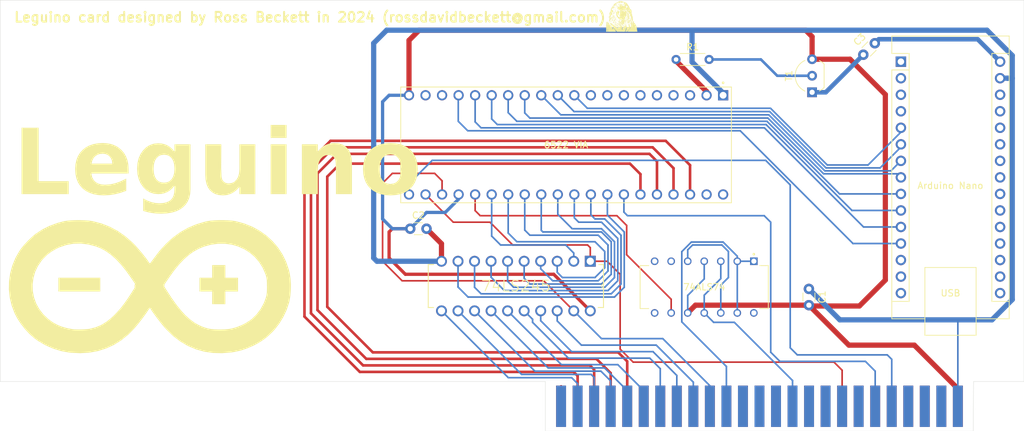
<source format=kicad_pcb>
(kicad_pcb (version 20240703) (generator "pcbnew") (generator_version "8.99")
  (title_block (title "apple2idiot") (date "2021-07-27") (rev "1.0.1") (company "Nathanial Hendler"))
  (layers (0 "F.Cu" signal) (31 "B.Cu" signal) (34 "B.Paste" user) (35 "F.Paste" user) (36 "B.SilkS" user "B.Silkscreen") (37 "F.SilkS" user "F.Silkscreen") (38 "B.Mask" user) (39 "F.Mask" user) (44 "Edge.Cuts" user))
  (net 0 "")
  (net 1 "/+12V")
  (net 2 "/D0")
  (net 3 "/D1")
  (net 4 "/D2")
  (net 5 "/D3")
  (net 6 "/D4")
  (net 7 "/D5")
  (net 8 "/D6")
  (net 9 "/D7")
  (net 10 "/~{DEVSEL}")
  (net 11 "/PHI0")
  (net 12 "/USER1")
  (net 13 "/PHI1")
  (net 14 "/Q3")
  (net 15 "/7M")
  (net 16 "/COLORREF")
  (net 17 "/-5V")
  (net 18 "/-12V")
  (net 19 "/~{INH}")
  (net 20 "/~{RES}")
  (net 21 "/~{IRQ}")
  (net 22 "/~{NMI}")
  (net 23 "/INTIN")
  (net 24 "/DMAIN")
  (net 25 "/~{IOSEL}")
  (net 26 "/A0")
  (net 27 "/A1")
  (net 28 "/A2")
  (net 29 "/A3")
  (net 30 "/A4")
  (net 31 "/A5")
  (net 32 "/A6")
  (net 33 "/A7")
  (net 34 "/A8")
  (net 35 "/A9")
  (net 36 "/A10")
  (net 37 "/A11")
  (net 38 "/A12")
  (net 39 "/A13")
  (net 40 "/A14")
  (net 41 "/A15")
  (net 42 "/R~{W}")
  (net 43 "/SYNC")
  (net 44 "/~{IOSTRB}")
  (net 45 "/RDY")
  (net 46 "/~{DMA}")
  (net 47 "/INTOUT")
  (net 48 "/DMAOUT")
  (net 49 "GND")
  (net 50 "+5V")
  (net 51 "PB7")
  (net 52 "PB6")
  (net 53 "PB5")
  (net 54 "PB4")
  (net 55 "PB3")
  (net 56 "PB2")
  (net 57 "PB1")
  (net 58 "PB0")
  (net 59 "PA0")
  (footprint "pub:AppleIIBus" (layer "F.Cu") (at 200.66 128.397)
    (property "Reference" "J1" (hide yes))
    (property "Value" "CARD EDGE" (hide yes))
    (pad "1" smd rect (at -30.48 0) (size 1.524 6.35) (layers "F.Cu" "F.Mask") (net 25 "/~{IOSEL}") (clearance 0.254))
    (pad "2" smd rect (at -27.94 0) (size 1.524 6.35) (layers "F.Cu" "F.Mask") (net 26 "/A0") (clearance 0.254))
    (pad "3" smd rect (at -25.4 0) (size 1.524 6.35) (layers "F.Cu" "F.Mask") (net 27 "/A1") (clearance 0.254))
    (pad "4" smd rect (at -22.86 0) (size 1.524 6.35) (layers "F.Cu" "F.Mask") (net 28 "/A2") (clearance 0.254))
    (pad "5" smd rect (at -20.32 0) (size 1.524 6.35) (layers "F.Cu" "F.Mask") (net 29 "/A3") (clearance 0.254))
    (pad "6" smd rect (at -17.78 0) (size 1.524 6.35) (layers "F.Cu" "F.Mask") (net 30 "/A4") (clearance 0.254))
    (pad "7" smd rect (at -15.24 0) (size 1.524 6.35) (layers "F.Cu" "F.Mask") (net 31 "/A5") (clearance 0.254))
    (pad "8" smd rect (at -12.7 0) (size 1.524 6.35) (layers "F.Cu" "F.Mask") (net 32 "/A6") (clearance 0.254))
    (pad "9" smd rect (at -10.16 0) (size 1.524 6.35) (layers "F.Cu" "F.Mask") (net 33 "/A7") (clearance 0.254))
    (pad "10" smd rect (at -7.62 0) (size 1.524 6.35) (layers "F.Cu" "F.Mask") (net 34 "/A8") (clearance 0.254))
    (pad "11" smd rect (at -5.08 0) (size 1.524 6.35) (layers "F.Cu" "F.Mask") (net 35 "/A9") (clearance 0.254))
    (pad "12" smd rect (at -2.54 0) (size 1.524 6.35) (layers "F.Cu" "F.Mask") (net 36 "/A10") (clearance 0.254))
    (pad "13" smd rect (at 0 0) (size 1.524 6.35) (layers "F.Cu" "F.Mask") (net 37 "/A11") (clearance 0.254))
    (pad "14" smd rect (at 2.54 0) (size 1.524 6.35) (layers "F.Cu" "F.Mask") (net 38 "/A12") (clearance 0.254))
    (pad "15" smd rect (at 5.08 0) (size 1.524 6.35) (layers "F.Cu" "F.Mask") (net 39 "/A13") (clearance 0.254))
    (pad "16" smd rect (at 7.62 0) (size 1.524 6.35) (layers "F.Cu" "F.Mask") (net 40 "/A14") (clearance 0.254))
    (pad "17" smd rect (at 10.16 0) (size 1.524 6.35) (layers "F.Cu" "F.Mask") (net 41 "/A15") (clearance 0.254))
    (pad "18" smd rect (at 12.7 0) (size 1.524 6.35) (layers "F.Cu" "F.Mask") (net 42 "/R~{W}") (clearance 0.254))
    (pad "19" smd rect (at 15.24 0) (size 1.524 6.35) (layers "F.Cu" "F.Mask") (net 43 "/SYNC") (clearance 0.254))
    (pad "20" smd rect (at 17.78 0) (size 1.524 6.35) (layers "F.Cu" "F.Mask") (net 44 "/~{IOSTRB}") (clearance 0.254))
    (pad "21" smd rect (at 20.32 0) (size 1.524 6.35) (layers "F.Cu" "F.Mask") (net 45 "/RDY") (clearance 0.254))
    (pad "22" smd rect (at 22.86 0) (size 1.524 6.35) (layers "F.Cu" "F.Mask") (net 46 "/~{DMA}") (clearance 0.254))
    (pad "23" smd rect (at 25.4 0) (size 1.524 6.35) (layers "F.Cu" "F.Mask") (net 47 "/INTOUT") (clearance 0.254))
    (pad "24" smd rect (at 27.94 0) (size 1.524 6.35) (layers "F.Cu" "F.Mask") (net 48 "/DMAOUT") (clearance 0.254))
    (pad "25" smd rect (at 30.48 0) (size 1.524 6.35) (layers "F.Cu" "F.Mask") (net 50 "+5V") (clearance 0.254))
    (pad "26" smd rect (at 30.48 0) (size 1.524 6.35) (layers "B.Cu" "B.Mask") (net 49 "GND") (clearance 0.254))
    (pad "27" smd rect (at 27.94 0) (size 1.524 6.35) (layers "B.Cu" "B.Mask") (net 24 "/DMAIN") (clearance 0.254))
    (pad "28" smd rect (at 25.4 0) (size 1.524 6.35) (layers "B.Cu" "B.Mask") (net 23 "/INTIN") (clearance 0.254))
    (pad "29" smd rect (at 22.86 0) (size 1.524 6.35) (layers "B.Cu" "B.Mask") (net 22 "/~{NMI}") (clearance 0.254))
    (pad "30" smd rect (at 20.32 0) (size 1.524 6.35) (layers "B.Cu" "B.Mask") (net 21 "/~{IRQ}") (clearance 0.254))
    (pad "31" smd rect (at 17.78 0) (size 1.524 6.35) (layers "B.Cu" "B.Mask") (net 20 "/~{RES}") (clearance 0.254))
    (pad "32" smd rect (at 15.24 0) (size 1.524 6.35) (layers "B.Cu" "B.Mask") (net 19 "/~{INH}") (clearance 0.254))
    (pad "33" smd rect (at 12.7 0) (size 1.524 6.35) (layers "B.Cu" "B.Mask") (net 18 "/-12V") (clearance 0.254))
    (pad "34" smd rect (at 10.16 0) (size 1.524 6.35) (layers "B.Cu" "B.Mask") (net 17 "/-5V") (clearance 0.254))
    (pad "35" smd rect (at 7.62 0) (size 1.524 6.35) (layers "B.Cu" "B.Mask") (net 16 "/COLORREF") (clearance 0.254))
    (pad "36" smd rect (at 5.08 0) (size 1.524 6.35) (layers "B.Cu" "B.Mask") (net 15 "/7M") (clearance 0.254))
    (pad "37" smd rect (at 2.54 0) (size 1.524 6.35) (layers "B.Cu" "B.Mask") (net 14 "/Q3") (clearance 0.254))
    (pad "38" smd rect (at 0 0) (size 1.524 6.35) (layers "B.Cu" "B.Mask") (net 13 "/PHI1") (clearance 0.254))
    (pad "39" smd rect (at -2.54 0) (size 1.524 6.35) (layers "B.Cu" "B.Mask") (net 12 "/USER1") (clearance 0.254))
    (pad "40" smd rect (at -5.08 0) (size 1.524 6.35) (layers "B.Cu" "B.Mask") (net 11 "/PHI0") (clearance 0.254))
    (pad "41" smd rect (at -7.62 0) (size 1.524 6.35) (layers "B.Cu" "B.Mask") (net 10 "/~{DEVSEL}") (clearance 0.254))
    (pad "42" smd rect (at -10.16 0) (size 1.524 6.35) (layers "B.Cu" "B.Mask") (net 9 "/D7") (clearance 0.254))
    (pad "43" smd rect (at -12.7 0) (size 1.524 6.35) (layers "B.Cu" "B.Mask") (net 8 "/D6") (clearance 0.254))
    (pad "44" smd rect (at -15.24 0) (size 1.524 6.35) (layers "B.Cu" "B.Mask") (net 7 "/D5") (clearance 0.254))
    (pad "45" smd rect (at -17.78 0) (size 1.524 6.35) (layers "B.Cu" "B.Mask") (net 6 "/D4") (clearance 0.254))
    (pad "46" smd rect (at -20.32 0) (size 1.524 6.35) (layers "B.Cu" "B.Mask") (net 5 "/D3") (clearance 0.254))
    (pad "47" smd rect (at -22.86 0) (size 1.524 6.35) (layers "B.Cu" "B.Mask") (net 4 "/D2") (clearance 0.254))
    (pad "48" smd rect (at -25.4 0) (size 1.524 6.35) (layers "B.Cu" "B.Mask") (net 3 "/D1") (clearance 0.254))
    (pad "49" smd rect (at -27.94 0) (size 1.524 6.35) (layers "B.Cu" "B.Mask") (net 2 "/D0") (clearance 0.254))
    (pad "50" smd rect (at -30.48 0) (size 1.524 6.35) (layers "B.Cu" "B.Mask") (net 1 "/+12V") (clearance 0.254))
  )
  (footprint "Resistor_THT:R_Axial_DIN0204_L3.6mm_D1.6mm_P5.08mm_Horizontal" (layer "F.Cu") (at 187.846396 75.113604)
    (property "Reference" "R1" (at 2.54 -1.92 0) (layer "F.SilkS"))
    (property "Value" "R_Axial_DIN0204_L3.6mm_D1.6mm_P5.08mm_Horizontal" (hide yes))
    (pad "1" thru_hole circle (at 0 0) (size 1.4 1.4) (drill 0.7) (layers "*.Cu" "*.Mask") (net 59 "PA0"))
    (pad "2" thru_hole oval (at 5.08 0) (size 1.4 1.4) (drill 0.7) (layers "*.Cu" "*.Mask") (net 59 "PA0"))
  )
  (footprint "DIP40:AMPHENOL_DILB40P-223TLF" (layer "F.Cu") (at 170.94449 88.233604 -90)
    (property "Reference" "6522 VIA" (at 0 0 0) (layer "F.SilkS"))
    (property "Value" "AMPHENOL_DILB40P-223TLF" (hide yes))
    (pad "+5V" thru_hole circle (at -7.62 24.13 270) (size 1.575 1.575) (drill 1.05) (layers "*.Cu" "*.Mask") (net 50 "+5V"))
    (pad "02" thru_hole circle (at 7.62 13.97 270) (size 1.575 1.575) (drill 1.05) (layers "*.Cu" "*.Mask"))
    (pad "03" thru_hole circle (at -7.62 -19.05 270) (size 1.575 1.575) (drill 1.05) (layers "*.Cu" "*.Mask"))
    (pad "04" thru_hole circle (at -7.62 -16.51 270) (size 1.575 1.575) (drill 1.05) (layers "*.Cu" "*.Mask"))
    (pad "05" thru_hole circle (at -7.62 -13.97 270) (size 1.575 1.575) (drill 1.05) (layers "*.Cu" "*.Mask"))
    (pad "06" thru_hole circle (at -7.62 -11.43 270) (size 1.575 1.575) (drill 1.05) (layers "*.Cu" "*.Mask"))
    (pad "07" thru_hole circle (at -7.62 -8.89 270) (size 1.575 1.575) (drill 1.05) (layers "*.Cu" "*.Mask"))
    (pad "08" thru_hole circle (at -7.62 -6.35 270) (size 1.575 1.575) (drill 1.05) (layers "*.Cu" "*.Mask"))
    (pad "09" thru_hole circle (at -7.62 -3.81 270) (size 1.575 1.575) (drill 1.05) (layers "*.Cu" "*.Mask"))
    (pad "21" thru_hole circle (at 7.62 24.13 270) (size 1.575 1.575) (drill 1.05) (layers "*.Cu" "*.Mask") (net 21 "/~{IRQ}"))
    (pad "22" thru_hole circle (at 7.62 21.59 270) (size 1.575 1.575) (drill 1.05) (layers "*.Cu" "*.Mask") (net 42 "/R~{W}"))
    (pad "23" thru_hole circle (at 7.62 19.05 270) (size 1.575 1.575) (drill 1.05) (layers "*.Cu" "*.Mask") (net 10 "/~{DEVSEL}"))
    (pad "34" thru_hole circle (at 7.62 -8.89 270) (size 1.575 1.575) (drill 1.05) (layers "*.Cu" "*.Mask") (net 20 "/~{RES}"))
    (pad "35" thru_hole circle (at 7.62 -11.43 270) (size 1.575 1.575) (drill 1.05) (layers "*.Cu" "*.Mask") (net 29 "/A3"))
    (pad "36" thru_hole circle (at 7.62 -13.97 270) (size 1.575 1.575) (drill 1.05) (layers "*.Cu" "*.Mask") (net 28 "/A2"))
    (pad "37" thru_hole circle (at 7.62 -16.51 270) (size 1.575 1.575) (drill 1.05) (layers "*.Cu" "*.Mask") (net 27 "/A1"))
    (pad "38" thru_hole circle (at 7.62 -19.05 270) (size 1.575 1.575) (drill 1.05) (layers "*.Cu" "*.Mask") (net 26 "/A0"))
    (pad "39" thru_hole circle (at 7.62 -21.59 270) (size 1.575 1.575) (drill 1.05) (layers "*.Cu" "*.Mask"))
    (pad "40" thru_hole circle (at 7.62 -24.13 270) (size 1.575 1.575) (drill 1.05) (layers "*.Cu" "*.Mask"))
    (pad "CB1" thru_hole circle (at -7.62 19.05 270) (size 1.575 1.575) (drill 1.05) (layers "*.Cu" "*.Mask"))
    (pad "CB2" thru_hole circle (at -7.62 21.59 270) (size 1.575 1.575) (drill 1.05) (layers "*.Cu" "*.Mask"))
    (pad "CS1" thru_hole circle (at 7.62 16.51 270) (size 1.575 1.575) (drill 1.05) (layers "*.Cu" "*.Mask") (net 50 "+5V"))
    (pad "D0" thru_hole circle (at 7.62 -6.35 270) (size 1.575 1.575) (drill 1.05) (layers "*.Cu" "*.Mask"))
    (pad "D1" thru_hole circle (at 7.62 -3.81 270) (size 1.575 1.575) (drill 1.05) (layers "*.Cu" "*.Mask"))
    (pad "D2" thru_hole circle (at 7.62 -1.27 270) (size 1.575 1.575) (drill 1.05) (layers "*.Cu" "*.Mask"))
    (pad "D3" thru_hole circle (at 7.62 1.27 270) (size 1.575 1.575) (drill 1.05) (layers "*.Cu" "*.Mask"))
    (pad "D4" thru_hole circle (at 7.62 3.81 270) (size 1.575 1.575) (drill 1.05) (layers "*.Cu" "*.Mask"))
    (pad "D5" thru_hole circle (at 7.62 6.35 270) (size 1.575 1.575) (drill 1.05) (layers "*.Cu" "*.Mask"))
    (pad "D6" thru_hole circle (at 7.62 8.89 270) (size 1.575 1.575) (drill 1.05) (layers "*.Cu" "*.Mask"))
    (pad "D7" thru_hole circle (at 7.62 11.43 270) (size 1.575 1.575) (drill 1.05) (layers "*.Cu" "*.Mask"))
    (pad "PA0" thru_hole circle (at -7.62 -21.59 270) (size 1.575 1.575) (drill 1.05) (layers "*.Cu" "*.Mask") (net 59 "PA0"))
    (pad "PB0" thru_hole circle (at -7.62 -1.27 270) (size 1.575 1.575) (drill 1.05) (layers "*.Cu" "*.Mask") (net 58 "PB0"))
    (pad "PB1" thru_hole circle (at -7.62 1.27 270) (size 1.575 1.575) (drill 1.05) (layers "*.Cu" "*.Mask") (net 57 "PB1"))
    (pad "PB2" thru_hole circle (at -7.62 3.81 270) (size 1.575 1.575) (drill 1.05) (layers "*.Cu" "*.Mask") (net 56 "PB2"))
    (pad "PB3" thru_hole circle (at -7.62 6.35 270) (size 1.575 1.575) (drill 1.05) (layers "*.Cu" "*.Mask") (net 55 "PB3"))
    (pad "PB4" thru_hole circle (at -7.62 8.89 270) (size 1.575 1.575) (drill 1.05) (layers "*.Cu" "*.Mask") (net 54 "PB4"))
    (pad "PB5" thru_hole circle (at -7.62 11.43 270) (size 1.575 1.575) (drill 1.05) (layers "*.Cu" "*.Mask") (net 53 "PB5"))
    (pad "PB6" thru_hole circle (at -7.62 13.97 270) (size 1.575 1.575) (drill 1.05) (layers "*.Cu" "*.Mask") (net 52 "PB6"))
    (pad "PB7" thru_hole circle (at -7.62 16.51 270) (size 1.575 1.575) (drill 1.05) (layers "*.Cu" "*.Mask") (net 51 "PB7"))
    (pad "VSS" thru_hole rect (at -7.62 -24.13 270) (size 1.575 1.575) (drill 1.05) (layers "*.Cu" "*.Mask") (net 49 "GND"))
  )
  (footprint "PCM_Package_TO_SOT_THT_AKL_Double:TO-92_Inline_Wide_CEB" (layer "F.Cu") (at 208.746396 80.153604 90)
    (property "Reference" "T1" (at 2.54 -3.56 90) (layer "F.SilkS"))
    (property "Value" "TO-92_Inline_Wide_CEB" (hide yes))
    (pad "1" thru_hole rect (at 0 0 180) (size 1.5 1.5) (drill 0.8) (layers "*.Cu" "*.Mask") (net 50 "+5V"))
    (pad "2" thru_hole circle (at 2.54 0 180) (size 1.5 1.5) (drill 0.8) (layers "*.Cu" "*.Mask") (net 59 "PA0"))
    (pad "3" thru_hole circle (at 5.08 0) (size 1.5 1.5) (drill 0.8) (layers "*.Cu" "*.Mask") (net 50 "+5V"))
  )
  (footprint "LOGO" (layer "F.Cu") (at 181.065 67.827368)
    (property "Reference" "G***" (hide yes))
    (property "Value" "LOGO" (hide yes))
  )
  (footprint "74ALS74:DIP794W45P254L1969H508Q14" (layer "F.Cu") (at 192.17449 110.083604 -90)
    (property "Reference" "74ALS74" (at 0 0 0) (layer "F.SilkS"))
    (property "Value" "DIP794W45P254L1969H508Q14" (hide yes))
    (pad "1" thru_hole rect (at -3.97 -7.62 270) (size 1.17 1.17) (drill 0.77) (layers "*.Cu" "*.Mask"))
    (pad "2" thru_hole circle (at -3.97 -5.08 270) (size 1.17 1.17) (drill 0.77) (layers "*.Cu" "*.Mask") (net 11 "/PHI0"))
    (pad "3" thru_hole circle (at -3.97 -2.54 270) (size 1.17 1.17) (drill 0.77) (layers "*.Cu" "*.Mask") (net 15 "/7M"))
    (pad "4" thru_hole circle (at -3.97 0 270) (size 1.17 1.17) (drill 0.77) (layers "*.Cu" "*.Mask"))
    (pad "5" thru_hole circle (at -3.97 2.54 270) (size 1.17 1.17) (drill 0.77) (layers "*.Cu" "*.Mask"))
    (pad "6" thru_hole circle (at -3.97 5.08 270) (size 1.17 1.17) (drill 0.77) (layers "*.Cu" "*.Mask"))
    (pad "7" thru_hole circle (at -3.97 7.62 270) (size 1.17 1.17) (drill 0.77) (layers "*.Cu" "*.Mask"))
    (pad "8" thru_hole circle (at 3.97 7.62 270) (size 1.17 1.17) (drill 0.77) (layers "*.Cu" "*.Mask"))
    (pad "9" thru_hole circle (at 3.97 5.08 270) (size 1.17 1.17) (drill 0.77) (layers "*.Cu" "*.Mask"))
    (pad "10" thru_hole circle (at 3.97 2.54 270) (size 1.17 1.17) (drill 0.77) (layers "*.Cu" "*.Mask") (net 50 "+5V"))
    (pad "11" thru_hole circle (at 3.97 0 270) (size 1.17 1.17) (drill 0.77) (layers "*.Cu" "*.Mask") (net 15 "/7M"))
    (pad "12" thru_hole circle (at 3.97 -2.54 270) (size 1.17 1.17) (drill 0.77) (layers "*.Cu" "*.Mask"))
    (pad "13" thru_hole circle (at 3.97 -5.08 270) (size 1.17 1.17) (drill 0.77) (layers "*.Cu" "*.Mask"))
    (pad "14" thru_hole circle (at 3.97 -7.62 270) (size 1.17 1.17) (drill 0.77) (layers "*.Cu" "*.Mask"))
  )
  (footprint "74LS245:DIP254P762X508-20" (layer "F.Cu") (at 151.806396 113.733604 -90)
    (property "Reference" "74LS245" (at -3.81 -11.43 0) (layer "F.SilkS") (effects (font (size 1.640701 1.640701))))
    (property "Value" "DIP254P762X508-20" (hide yes))
    (pad "1" thru_hole rect (at -7.62 -22.86 270) (size 1.6764 1.6764) (drill 1.1176) (layers "*.Cu" "*.Mask") (net 42 "/R~{W}"))
    (pad "2" thru_hole circle (at -7.62 -20.32 270) (size 1.6764 1.6764) (drill 1.1176) (layers "*.Cu" "*.Mask"))
    (pad "3" thru_hole circle (at -7.62 -17.78 270) (size 1.6764 1.6764) (drill 1.1176) (layers "*.Cu" "*.Mask"))
    (pad "4" thru_hole circle (at -7.62 -15.24 270) (size 1.6764 1.6764) (drill 1.1176) (layers "*.Cu" "*.Mask"))
    (pad "5" thru_hole circle (at -7.62 -12.7 270) (size 1.6764 1.6764) (drill 1.1176) (layers "*.Cu" "*.Mask"))
    (pad "6" thru_hole circle (at -7.62 -10.16 270) (size 1.6764 1.6764) (drill 1.1176) (layers "*.Cu" "*.Mask"))
    (pad "7" thru_hole circle (at -7.62 -7.62 270) (size 1.6764 1.6764) (drill 1.1176) (layers "*.Cu" "*.Mask"))
    (pad "8" thru_hole circle (at -7.62 -5.08 270) (size 1.6764 1.6764) (drill 1.1176) (layers "*.Cu" "*.Mask"))
    (pad "9" thru_hole circle (at -7.62 -2.54 270) (size 1.6764 1.6764) (drill 1.1176) (layers "*.Cu" "*.Mask"))
    (pad "10" thru_hole circle (at -7.62 0 270) (size 1.6764 1.6764) (drill 1.1176) (layers "*.Cu" "*.Mask") (net 49 "GND"))
    (pad "11" thru_hole circle (at 0 0 270) (size 1.6764 1.6764) (drill 1.1176) (layers "*.Cu" "*.Mask") (net 2 "/D0"))
    (pad "12" thru_hole circle (at 0 -2.54 270) (size 1.6764 1.6764) (drill 1.1176) (layers "*.Cu" "*.Mask") (net 3 "/D1"))
    (pad "13" thru_hole circle (at 0 -5.08 270) (size 1.6764 1.6764) (drill 1.1176) (layers "*.Cu" "*.Mask") (net 4 "/D2"))
    (pad "14" thru_hole circle (at 0 -7.62 270) (size 1.6764 1.6764) (drill 1.1176) (layers "*.Cu" "*.Mask") (net 5 "/D3"))
    (pad "15" thru_hole circle (at 0 -10.16 270) (size 1.6764 1.6764) (drill 1.1176) (layers "*.Cu" "*.Mask") (net 6 "/D4"))
    (pad "16" thru_hole circle (at 0 -12.7 270) (size 1.6764 1.6764) (drill 1.1176) (layers "*.Cu" "*.Mask") (net 7 "/D5"))
    (pad "17" thru_hole circle (at 0 -15.24 270) (size 1.6764 1.6764) (drill 1.1176) (layers "*.Cu" "*.Mask") (net 8 "/D6"))
    (pad "18" thru_hole circle (at 0 -17.78 270) (size 1.6764 1.6764) (drill 1.1176) (layers "*.Cu" "*.Mask") (net 9 "/D7"))
    (pad "19" thru_hole circle (at 0 -20.32 270) (size 1.6764 1.6764) (drill 1.1176) (layers "*.Cu" "*.Mask") (net 10 "/~{DEVSEL}"))
    (pad "20" thru_hole circle (at 0 -22.86 270) (size 1.6764 1.6764) (drill 1.1176) (layers "*.Cu" "*.Mask") (net 50 "+5V"))
  )
  (footprint "Module:Arduino_Nano" (layer "F.Cu") (at 222.39 75.45)
    (property "Reference" "Arduino Nano" (at 7.61 19.05 0) (layer "F.SilkS"))
    (property "Value" "Arduino_Nano")
    (fp_text user "USB" (at 7.62 35.56 0) (layer "F.SilkS"))
    (pad "1" thru_hole rect (at 0 0) (size 1.6 1.6) (drill 1) (layers "*.Cu" "*.Mask"))
    (pad "2" thru_hole oval (at 0 2.54) (size 1.6 1.6) (drill 1) (layers "*.Cu" "*.Mask"))
    (pad "3" thru_hole oval (at 0 5.08) (size 1.6 1.6) (drill 1) (layers "*.Cu" "*.Mask"))
    (pad "4" thru_hole oval (at 0 7.62) (size 1.6 1.6) (drill 1) (layers "*.Cu" "*.Mask"))
    (pad "5" thru_hole oval (at 0 10.16) (size 1.6 1.6) (drill 1) (layers "*.Cu" "*.Mask") (net 58 "PB0"))
    (pad "6" thru_hole oval (at 0 12.7) (size 1.6 1.6) (drill 1) (layers "*.Cu" "*.Mask") (net 57 "PB1"))
    (pad "7" thru_hole oval (at 0 15.24) (size 1.6 1.6) (drill 1) (layers "*.Cu" "*.Mask") (net 56 "PB2"))
    (pad "8" thru_hole oval (at 0 17.78) (size 1.6 1.6) (drill 1) (layers "*.Cu" "*.Mask") (net 55 "PB3"))
    (pad "9" thru_hole oval (at 0 20.32) (size 1.6 1.6) (drill 1) (layers "*.Cu" "*.Mask") (net 54 "PB4"))
    (pad "10" thru_hole oval (at 0 22.86) (size 1.6 1.6) (drill 1) (layers "*.Cu" "*.Mask") (net 53 "PB5"))
    (pad "11" thru_hole oval (at 0 25.4) (size 1.6 1.6) (drill 1) (layers "*.Cu" "*.Mask") (net 52 "PB6"))
    (pad "12" thru_hole oval (at 0 27.94) (size 1.6 1.6) (drill 1) (layers "*.Cu" "*.Mask") (net 51 "PB7"))
    (pad "13" thru_hole oval (at 0 30.48) (size 1.6 1.6) (drill 1) (layers "*.Cu" "*.Mask"))
    (pad "14" thru_hole oval (at 0 33.02) (size 1.6 1.6) (drill 1) (layers "*.Cu" "*.Mask"))
    (pad "15" thru_hole oval (at 0 35.56) (size 1.6 1.6) (drill 1) (layers "*.Cu" "*.Mask"))
    (pad "16" thru_hole oval (at 15.24 35.56) (size 1.6 1.6) (drill 1) (layers "*.Cu" "*.Mask"))
    (pad "17" thru_hole oval (at 15.24 33.02) (size 1.6 1.6) (drill 1) (layers "*.Cu" "*.Mask"))
    (pad "18" thru_hole oval (at 15.24 30.48) (size 1.6 1.6) (drill 1) (layers "*.Cu" "*.Mask"))
    (pad "19" thru_hole oval (at 15.24 27.94) (size 1.6 1.6) (drill 1) (layers "*.Cu" "*.Mask"))
    (pad "20" thru_hole oval (at 15.24 25.4) (size 1.6 1.6) (drill 1) (layers "*.Cu" "*.Mask"))
    (pad "21" thru_hole oval (at 15.24 22.86) (size 1.6 1.6) (drill 1) (layers "*.Cu" "*.Mask"))
    (pad "22" thru_hole oval (at 15.24 20.32) (size 1.6 1.6) (drill 1) (layers "*.Cu" "*.Mask"))
    (pad "23" thru_hole oval (at 15.24 17.78) (size 1.6 1.6) (drill 1) (layers "*.Cu" "*.Mask"))
    (pad "24" thru_hole oval (at 15.24 15.24) (size 1.6 1.6) (drill 1) (layers "*.Cu" "*.Mask"))
    (pad "25" thru_hole oval (at 15.24 12.7) (size 1.6 1.6) (drill 1) (layers "*.Cu" "*.Mask"))
    (pad "26" thru_hole oval (at 15.24 10.16) (size 1.6 1.6) (drill 1) (layers "*.Cu" "*.Mask"))
    (pad "27" thru_hole oval (at 15.24 7.62) (size 1.6 1.6) (drill 1) (layers "*.Cu" "*.Mask"))
    (pad "28" thru_hole oval (at 15.24 5.08) (size 1.6 1.6) (drill 1) (layers "*.Cu" "*.Mask"))
    (pad "29" thru_hole oval (at 15.24 2.54) (size 1.6 1.6) (drill 1) (layers "*.Cu" "*.Mask") (net 49 "GND"))
    (pad "30" thru_hole oval (at 15.24 0) (size 1.6 1.6) (drill 1) (layers "*.Cu" "*.Mask"))
  )
  (footprint "Capacitor_THT:C_Disc_D3.0mm_W1.6mm_P2.50mm" (layer "F.Cu") (at 208.25449 110.363604 -90)
    (property "Reference" "C1" (at 1.25 -2.05 90) (layer "F.SilkS"))
    (property "Value" "C1" (hide yes))
    (pad "1" thru_hole circle (at 0 0 270) (size 1.6 1.6) (drill 0.8) (layers "*.Cu" "*.Mask") (net 49 "GND"))
    (pad "2" thru_hole circle (at 2.5 0 270) (size 1.6 1.6) (drill 0.8) (layers "*.Cu" "*.Mask") (net 50 "+5V"))
  )
  (footprint "Capacitor_THT:C_Disc_D3.0mm_W1.6mm_P2.50mm" (layer "F.Cu") (at 216.616116 74.383884 45)
    (property "Reference" "C3" (at 1.249999 -2.05 45) (layer "F.SilkS"))
    (property "Value" "C1" (hide yes))
    (pad "1" thru_hole circle (at 0 0 45) (size 1.6 1.6) (drill 0.8) (layers "*.Cu" "*.Mask") (net 50 "+5V"))
    (pad "2" thru_hole circle (at 2.5 0 45) (size 1.6 1.6) (drill 0.8) (layers "*.Cu" "*.Mask"))
  )
  (footprint "LOGO" (layer "F.Cu") (at 181.108147 67.848293)
    (property "Reference" "G***" (hide yes))
    (property "Value" "LOGO" (hide yes))
  )
  (footprint "Capacitor_THT:C_Disc_D3.0mm_W1.6mm_P2.50mm" (layer "F.Cu") (at 147.00449 101.113604)
    (property "Reference" "C2" (at 1.25 -2.05 0) (layer "F.SilkS"))
    (property "Value" "C1" (hide yes))
    (pad "1" thru_hole circle (at 0 0) (size 1.6 1.6) (drill 0.8) (layers "*.Cu" "*.Mask") (net 50 "+5V"))
    (pad "2" thru_hole circle (at 2.5 0) (size 1.6 1.6) (drill 0.8) (layers "*.Cu" "*.Mask") (net 49 "GND"))
  )
  (footprint "LOGO" (layer "F.Cu") (at 107 110)
    (property "Reference" "G***" (at 0 0 0) (layer "F.SilkS") (effects (font (size 1.5 1.5) (thickness 0.3))))
    (property "Value" "LOGO" (hide yes))
  )
  (gr_line (start 84 66) (end 84 124.587) (stroke (width 0.05)) (layer "Edge.Cuts"))
  (gr_line (start 241.3 124.587) (end 241.3 66) (stroke (width 0.05)) (layer "Edge.Cuts"))
  (gr_line (start 167.767 124.587) (end 84 124.587) (stroke (width 0.05)) (layer "Edge.Cuts"))
  (gr_line (start 167.767 132.207) (end 233.5 132.207) (stroke (width 0.05)) (layer "Edge.Cuts"))
  (gr_line (start 233.5 132.207) (end 233.553 124.587) (stroke (width 0.05)) (layer "Edge.Cuts"))
  (gr_line (start 241.3 66) (end 84 66) (stroke (width 0.05)) (layer "Edge.Cuts"))
  (gr_line (start 233.553 124.587) (end 241.3 124.587) (stroke (width 0.05)) (layer "Edge.Cuts"))
  (gr_line (start 167.767 132.207) (end 167.767 124.587) (stroke (width 0.05)) (layer "Edge.Cuts"))
  (gr_text "Leguino card designed by Ross Beckett in 2024 (rossdavidbeckett@gmail.com)" (at 86 69.5 0) (layer "F.SilkS") (effects (font (size 1.5 1.5) (thickness 0.3) (bold yes)) (justify left bottom)))
  (gr_text "Leguino" (at 86 97.5 0) (layer "F.SilkS") (effects (font (size 10 10) (thickness 0.3) (bold yes)) (justify left bottom)))
  (segment (start 156.97449 95.853604) (end 156.97449 98.333604) (width 0.25) (layer "F.Cu") (net 0))
  (segment (start 180.25449 100.613604) (end 180.25449 105.113604) (width 0.25) (layer "F.Cu") (net 0))
  (segment (start 157.75449 99.113604) (end 178.75449 99.113604) (width 0.25) (layer "F.Cu") (net 0))
  (segment (start 156.97449 98.333604) (end 157.75449 99.113604) (width 0.25) (layer "F.Cu") (net 0))
  (segment (start 187.09449 111.953604) (end 187.09449 114.053604) (width 0.25) (layer "F.Cu") (net 0))
  (segment (start 180.25449 105.113604) (end 187.09449 111.953604) (width 0.25) (layer "F.Cu") (net 0))
  (segment (start 178.75449 99.113604) (end 180.25449 100.613604) (width 0.25) (layer "F.Cu") (net 0))
  (segment (start 162.05449 101.781698) (end 163.386396 103.113604) (width 0.25) (layer "B.Cu") (net 0))
  (segment (start 176.386396 109.613604) (end 165.386396 109.613604) (width 0.25) (layer "B.Cu") (net 0))
  (segment (start 194.71449 114.053604) (end 194.71449 109.78551) (width 0.25) (layer "B.Cu") (net 0))
  (segment (start 179.386396 109.613604) (end 177.886396 111.113604) (width 0.25) (layer "B.Cu") (net 0))
  (segment (start 169.586396 107.813604) (end 169.586396 106.113604) (width 0.25) (layer "B.Cu") (net 0))
  (segment (start 167.13449 95.853604) (end 167.13449 101.361698) (width 0.25) (layer "B.Cu") (net 0))
  (segment (start 174.75449 95.853604) (end 174.75449 98.981698) (width 0.25) (layer "B.Cu") (net 0))
  (segment (start 176.386396 101.613604) (end 177.886396 103.113604) (width 0.25) (layer "B.Cu") (net 0))
  (segment (start 159.426396 108.573604) (end 159.426396 106.113604) (width 0.25) (layer "B.Cu") (net 0))
  (segment (start 179.886396 110.113604) (end 178.386396 111.613604) (width 0.25) (layer "B.Cu") (net 0))
  (segment (start 177.886396 111.113604) (end 157.886396 111.113604) (width 0.25) (layer "B.Cu") (net 0))
  (segment (start 189.63449 104.36551) (end 189.63449 106.113604) (width 0.25) (layer "B.Cu") (net 0))
  (segment (start 172.21449 95.853604) (end 172.21449 99.441698) (width 0.25) (layer "B.Cu") (net 0))
  (segment (start 167.13449 101.361698) (end 167.386396 101.613604) (width 0.25) (layer "B.Cu") (net 0))
  (segment (start 175.886396 109.113604) (end 168.886396 109.113604) (width 0.25) (layer "B.Cu") (net 0))
  (segment (start 167.046396 107.273604) (end 167.046396 106.113604) (width 0.25) (layer "B.Cu") (net 0))
  (segment (start 177.386396 103.613604) (end 177.386396 107.613604) (width 0.25) (layer "B.Cu") (net 0))
  (segment (start 177.29449 99.021698) (end 179.886396 101.613604) (width 0.25) (layer "B.Cu") (net 0))
  (segment (start 175.386396 103.113604) (end 176.886396 104.613604) (width 0.25) (layer "B.Cu") (net 0))
  (segment (start 176.886396 107.113604) (end 175.386396 108.613604) (width 0.25) (layer "B.Cu") (net 0))
  (segment (start 160.886396 103.613604) (end 159.51449 102.241698) (width 0.25) (layer "B.Cu") (net 0))
  (segment (start 172.21449 99.441698) (end 172.886396 100.113604) (width 0.25) (layer "B.Cu") (net 0))
  (segment (start 174.75449 98.981698) (end 175.386396 99.613604) (width 0.25) (layer "B.Cu") (net 0))
  (segment (start 219 72) (end 234.18 72) (width 0.7) (layer "B.Cu") (net 0))
  (segment (start 162.05449 95.853604) (end 162.05449 101.781698) (width 0.25) (layer "B.Cu") (net 0))
  (segment (start 156.886396 110.113604) (end 157.886396 111.113604) (width 0.25) (layer "B.Cu") (net 0))
  (segment (start 178.386396 103.113604) (end 178.386396 108.613604) (width 0.25) (layer "B.Cu") (net 0))
  (segment (start 175.886396 102.113604) (end 177.386396 103.613604) (width 0.25) (layer "B.Cu") (net 0))
  (segment (start 168.886396 109.113604) (end 167.046396 107.273604) (width 0.25) (layer "B.Cu") (net 0))
  (segment (start 159.51449 102.241698) (end 159.51449 95.853604) (width 0.25) (layer "B.Cu") (net 0))
  (segment (start 155.886396 111.613604) (end 154.386396 110.113604) (width 0.25) (layer "B.Cu") (net 0))
  (segment (start 172.126396 104.853604) (end 170.886396 103.613604) (width 0.25) (layer "B.Cu") (net 0))
  (segment (start 190.386396 103.613604) (end 189.63449 104.36551) (width 0.25) (layer "B.Cu") (net 0))
  (segment (start 169.67449 95.853604) (end 169.67449 98.901698) (width 0.25) (layer "B.Cu") (net 0))
  (segment (start 164.59449 95.853604) (end 164.59449 101.321698) (width 0.25) (layer "B.Cu") (net 0))
  (segment (start 176.386396 100.113604) (end 178.886396 102.613604) (width 0.25) (layer "B.Cu") (net 0))
  (segment (start 178.386396 108.613604) (end 176.886396 110.113604) (width 0.25) (layer "B.Cu") (net 0))
  (segment (start 176.886396 104.613604) (end 176.886396 107.113604) (width 0.25) (layer "B.Cu") (net 0))
  (segment (start 161.966396 109.193604) (end 161.966396 106.113604) (width 0.25) (layer "B.Cu") (net 0))
  (segment (start 194.886396 103.613604) (end 190.386396 103.613604) (width 0.25) (layer "B.Cu") (net 0))
  (segment (start 162.886396 110.113604) (end 161.966396 109.193604) (width 0.25) (layer "B.Cu") (net 0))
  (segment (start 167.386396 101.613604) (end 176.386396 101.613604) (width 0.25) (layer "B.Cu") (net 0))
  (segment (start 154.386396 110.113604) (end 154.346396 110.073604) (width 0.25) (layer "B.Cu") (net 0))
  (segment (start 177.886396 108.113604) (end 176.386396 109.613604) (width 0.25) (layer "B.Cu") (net 0))
  (segment (start 170.386396 108.613604) (end 169.586396 107.813604) (width 0.25) (layer "B.Cu") (net 0))
  (segment (start 156.886396 110.113604) (end 156.886396 106.113604) (width 0.25) (layer "B.Cu") (net 0))
  (segment (start 169.67449 98.901698) (end 171.886396 101.113604) (width 0.25) (layer "B.Cu") (net 0))
  (segment (start 179.386396 102.113604) (end 179.386396 109.613604) (width 0.25) (layer "B.Cu") (net 0))
  (segment (start 170.886396 103.613604) (end 160.886396 103.613604) (width 0.25) (layer "B.Cu") (net 0))
  (segment (start 175.386396 99.613604) (end 176.886396 99.613604) (width 0.25) (layer "B.Cu") (net 0))
  (segment (start 172.126396 106.113604) (end 172.126396 104.853604) (width 0.25) (layer "B.Cu") (net 0))
  (segment (start 176.386396 101.113604) (end 178.386396 103.113604) (width 0.25) (layer "B.Cu") (net 0))
  (segment (start 165.386396 102.113604) (end 175.886396 102.113604) (width 0.25) (layer "B.Cu") (net 0))
  (segment (start 161.466396 110.613604) (end 159.426396 108.573604) (width 0.25) (layer "B.Cu") (net 0))
  (segment (start 178.886396 109.113604) (end 177.386396 110.613604) (width 0.25) (layer "B.Cu") (net 0))
  (segment (start 218.383883 72.616117) (end 219 72) (width 0.7) (layer "B.Cu") (net 0))
  (segment (start 177.386396 107.613604) (end 175.886396 109.113604) (width 0.25) (layer "B.Cu") (net 0))
  (segment (start 172.886396 100.113604) (end 176.386396 100.113604) (width 0.25) (layer "B.Cu") (net 0))
  (segment (start 154.346396 110.073604) (end 154.346396 106.113604) (width 0.25) (layer "B.Cu") (net 0))
  (segment (start 165.386396 109.613604) (end 164.506396 108.733604) (width 0.25) (layer "B.Cu") (net 0))
  (segment (start 164.59449 101.321698) (end 165.386396 102.113604) (width 0.25) (layer "B.Cu") (net 0))
  (segment (start 177.886396 103.113604) (end 177.886396 108.113604) (width 0.25) (layer "B.Cu") (net 0))
  (segment (start 163.386396 103.113604) (end 175.386396 103.113604) (width 0.25) (layer "B.Cu") (net 0))
  (segment (start 177.29449 95.853604) (end 177.29449 99.021698) (width 0.25) (layer "B.Cu") (net 0))
  (segment (start 176.886396 99.613604) (end 179.386396 102.113604) (width 0.25) (layer "B.Cu") (net 0))
  (segment (start 178.386396 111.613604) (end 155.886396 111.613604) (width 0.25) (layer "B.Cu") (net 0))
  (segment (start 195.886396 108.613604) (end 195.886396 104.613604) (width 0.25) (layer "B.Cu") (net 0))
  (segment (start 171.886396 101.113604) (end 176.386396 101.113604) (width 0.25) (layer "B.Cu") (net 0))
  (segment (start 175.386396 108.613604) (end 170.386396 108.613604) (width 0.25) (layer "B.Cu") (net 0))
  (segment (start 194.71449 109.78551) (end 195.886396 108.613604) (width 0.25) (layer "B.Cu") (net 0))
  (segment (start 177.386396 110.613604) (end 161.466396 110.613604) (width 0.25) (layer "B.Cu") (net 0))
  (segment (start 178.886396 102.613604) (end 178.886396 109.113604) (width 0.25) (layer "B.Cu") (net 0))
  (segment (start 164.506396 108.733604) (end 164.506396 106.113604) (width 0.25) (layer "B.Cu") (net 0))
  (segment (start 195.886396 104.613604) (end 194.886396 103.613604) (width 0.25) (layer "B.Cu") (net 0))
  (segment (start 234.18 72) (end 237.63 75.45) (width 0.7) (layer "B.Cu") (net 0))
  (segment (start 176.886396 110.113604) (end 162.886396 110.113604) (width 0.25) (layer "B.Cu") (net 0))
  (segment (start 179.886396 101.613604) (end 179.886396 110.113604) (width 0.25) (layer "B.Cu") (net 0))
  (segment (start 172.72 128.397) (end 172.72 124.92) (width 0.25) (layer "B.Cu") (net 2))
  (segment (start 162.072792 124) (end 151.806396 113.733604) (width 0.25) (layer "B.Cu") (net 2))
  (segment (start 171.8 124) (end 162.072792 124) (width 0.25) (layer "B.Cu") (net 2))
  (segment (start 172.72 124.92) (end 171.8 124) (width 0.25) (layer "B.Cu") (net 2))
  (segment (start 175.26 128.397) (end 175.26 123.96) (width 0.25) (layer "B.Cu") (net 3))
  (segment (start 174.8 123.5) (end 164.112792 123.5) (width 0.25) (layer "B.Cu") (net 3))
  (segment (start 175.26 123.96) (end 174.8 123.5) (width 0.25) (layer "B.Cu") (net 3))
  (segment (start 164.112792 123.5) (end 154.346396 113.733604) (width 0.25) (layer "B.Cu") (net 3))
  (segment (start 166.152792 123) (end 156.886396 113.733604) (width 0.25) (layer "B.Cu") (net 4))
  (segment (start 176.3 123) (end 166.152792 123) (width 0.25) (layer "B.Cu") (net 4))
  (segment (start 177.8 124.5) (end 176.3 123) (width 0.25) (layer "B.Cu") (net 4))
  (segment (start 177.8 128.397) (end 177.8 124.5) (width 0.25) (layer "B.Cu") (net 4))
  (segment (start 168.192792 122.5) (end 159.426396 113.733604) (width 0.25) (layer "B.Cu") (net 5))
  (segment (start 180.34 128.397) (end 180.34 125.984) (width 0.25) (layer "B.Cu") (net 5))
  (segment (start 180.34 125.984) (end 176.856 122.5) (width 0.25) (layer "B.Cu") (net 5))
  (segment (start 176.856 122.5) (end 168.192792 122.5) (width 0.25) (layer "B.Cu") (net 5))
  (segment (start 182.88 125.984) (end 178.896 122) (width 0.25) (layer "B.Cu") (net 6))
  (segment (start 178.896 122) (end 170.232792 122) (width 0.25) (layer "B.Cu") (net 6))
  (segment (start 182.88 128.397) (end 182.88 125.984) (width 0.25) (layer "B.Cu") (net 6))
  (segment (start 170.232792 122) (end 161.966396 113.733604) (width 0.25) (layer "B.Cu") (net 6))
  (segment (start 185.42 122.62) (end 183.8 121) (width 0.25) (layer "B.Cu") (net 7))
  (segment (start 171.3 121) (end 165.8 115.5) (width 0.25) (layer "B.Cu") (net 7))
  (segment (start 165.8 115.027208) (end 164.506396 113.733604) (width 0.25) (layer "B.Cu") (net 7))
  (segment (start 183.8 121) (end 171.3 121) (width 0.25) (layer "B.Cu") (net 7))
  (segment (start 185.42 128.397) (end 185.42 122.62) (width 0.25) (layer "B.Cu") (net 7))
  (segment (start 165.8 115.5) (end 165.8 115.027208) (width 0.25) (layer "B.Cu") (net 7))
  (segment (start 187.96 123.66) (end 187.96 128.397) (width 0.25) (layer "B.Cu") (net 8))
  (segment (start 167.046396 113.733604) (end 167.046396 115.246396) (width 0.25) (layer "B.Cu") (net 8))
  (segment (start 167.046396 115.246396) (end 171.8 120) (width 0.25) (layer "B.Cu") (net 8))
  (segment (start 184.3 120) (end 187.96 123.66) (width 0.25) (layer "B.Cu") (net 8))
  (segment (start 171.8 120) (end 184.3 120) (width 0.25) (layer "B.Cu") (net 8))
  (segment (start 190.5 128.397) (end 190.5 124.7) (width 0.25) (layer "B.Cu") (net 9))
  (segment (start 169.586396 115.286396) (end 169.586396 113.733604) (width 0.25) (layer "B.Cu") (net 9))
  (segment (start 173.3 119) (end 169.586396 115.286396) (width 0.25) (layer "B.Cu") (net 9))
  (segment (start 184.8 119) (end 173.3 119) (width 0.25) (layer "B.Cu") (net 9))
  (segment (start 190.5 124.7) (end 184.8 119) (width 0.25) (layer "B.Cu") (net 9))
  (segment (start 150.75449 92.613604) (end 144.25449 92.613604) (width 0.25) (layer "F.Cu") (net 10))
  (segment (start 142.75449 94.113604) (end 142.75449 106.113604) (width 0.25) (layer "F.Cu") (net 10))
  (segment (start 142.75449 106.113604) (end 145.75449 109.113604) (width 0.25) (layer "F.Cu") (net 10))
  (segment (start 151.89449 95.853604) (end 151.89449 93.753604) (width 0.25) (layer "F.Cu") (net 10))
  (segment (start 144.25449 92.613604) (end 142.75449 94.113604) (width 0.25) (layer "F.Cu") (net 10))
  (segment (start 151.89449 93.753604) (end 150.75449 92.613604) (width 0.25) (layer "F.Cu") (net 10))
  (segment (start 167.506396 109.113604) (end 172.126396 113.733604) (width 0.25) (layer "F.Cu") (net 10))
  (segment (start 145.75449 109.113604) (end 167.506396 109.113604) (width 0.25) (layer "F.Cu") (net 10))
  (segment (start 185.8 118) (end 193.04 125.24) (width 0.25) (layer "B.Cu") (net 10))
  (segment (start 193.04 125.24) (end 193.04 128.397) (width 0.25) (layer "B.Cu") (net 10))
  (segment (start 172.126396 113.733604) (end 176.392792 118) (width 0.25) (layer "B.Cu") (net 10))
  (segment (start 176.392792 118) (end 185.8 118) (width 0.25) (layer "B.Cu") (net 10))
  (segment (start 195.072792 103.163604) (end 190.2 103.163604) (width 0.25) (layer "B.Cu") (net 11))
  (segment (start 188.72449 115.42449) (end 195.58 122.28) (width 0.25) (layer "B.Cu") (net 11))
  (segment (start 197.25449 106.113604) (end 197.25449 114.053604) (width 0.25) (layer "B.Cu") (net 11))
  (segment (start 197.25449 106.113604) (end 197.25449 105.345302) (width 0.25) (layer "B.Cu") (net 11))
  (segment (start 199.79449 106.113604) (end 197.25449 106.113604) (width 0.25) (layer "B.Cu") (net 11))
  (segment (start 195.58 122.28) (end 195.58 128.397) (width 0.25) (layer "B.Cu") (net 11))
  (segment (start 190.2 103.163604) (end 188.72449 104.639114) (width 0.25) (layer "B.Cu") (net 11))
  (segment (start 188.72449 104.639114) (end 188.72449 115.42449) (width 0.25) (layer "B.Cu") (net 11))
  (segment (start 197.25449 105.345302) (end 195.072792 103.163604) (width 0.25) (layer "B.Cu") (net 11))
  (segment (start 196.8 115.5) (end 205.74 124.44) (width 0.25) (layer "B.Cu") (net 15))
  (segment (start 194.71449 108.78551) (end 192.17449 111.32551) (width 0.25) (layer "B.Cu") (net 15))
  (segment (start 192.17449 111.32551) (end 192.17449 114.053604) (width 0.25) (layer "B.Cu") (net 15))
  (segment (start 193.620886 115.5) (end 196.8 115.5) (width 0.25) (layer "B.Cu") (net 15))
  (segment (start 194.71449 106.113604) (end 194.71449 108.78551) (width 0.25) (layer "B.Cu") (net 15))
  (segment (start 205.74 124.44) (end 205.74 128.397) (width 0.25) (layer "B.Cu") (net 15))
  (segment (start 192.17449 114.053604) (end 193.620886 115.5) (width 0.25) (layer "B.Cu") (net 15))
  (segment (start 179.83449 98.561698) (end 179.83449 95.853604) (width 0.25) (layer "B.Cu") (net 20))
  (segment (start 218.44 123) (end 216.94 121.5) (width 0.25) (layer "B.Cu") (net 20))
  (segment (start 216.94 121.5) (end 203.8 121.5) (width 0.25) (layer "B.Cu") (net 20))
  (segment (start 201.386396 99.113604) (end 180.386396 99.113604) (width 0.25) (layer "B.Cu") (net 20))
  (segment (start 202.386396 120.086396) (end 202.386396 100.113604) (width 0.25) (layer "B.Cu") (net 20))
  (segment (start 202.386396 100.113604) (end 201.386396 99.113604) (width 0.25) (layer "B.Cu") (net 20))
  (segment (start 180.386396 99.113604) (end 179.83449 98.561698) (width 0.25) (layer "B.Cu") (net 20))
  (segment (start 203.8 121.5) (end 202.386396 120.086396) (width 0.25) (layer "B.Cu") (net 20))
  (segment (start 218.44 128.397) (end 218.44 123) (width 0.25) (layer "B.Cu") (net 20))
  (segment (start 205.386396 94.386396) (end 201.613604 90.613604) (width 0.25) (layer "B.Cu") (net 21))
  (segment (start 146.81449 94.18551) (end 146.81449 95.853604) (width 0.25) (layer "B.Cu") (net 21))
  (segment (start 220.3 120.5) (end 206.472792 120.5) (width 0.25) (layer "B.Cu") (net 21))
  (segment (start 206.472792 120.5) (end 205.386396 119.413604) (width 0.25) (layer "B.Cu") (net 21))
  (segment (start 205.386396 119.413604) (end 205.386396 94.386396) (width 0.25) (layer "B.Cu") (net 21))
  (segment (start 220.98 128.397) (end 220.98 121.18) (width 0.25) (layer "B.Cu") (net 21))
  (segment (start 150.386396 90.613604) (end 146.81449 94.18551) (width 0.25) (layer "B.Cu") (net 21))
  (segment (start 220.98 121.18) (end 220.3 120.5) (width 0.25) (layer "B.Cu") (net 21))
  (segment (start 201.613604 90.613604) (end 150.386396 90.613604) (width 0.25) (layer "B.Cu") (net 21))
  (segment (start 170.18 125.32707) (end 170.18 128.397) (width 0.4) (layer "F.Cu") (net 25))
  (segment (start 139.25449 123.113604) (end 130.75449 114.613604) (width 0.4) (layer "F.Cu") (net 26))
  (segment (start 172.113604 123.113604) (end 139.25449 123.113604) (width 0.4) (layer "F.Cu") (net 26))
  (segment (start 186.25449 87.613604) (end 189.99449 91.353604) (width 0.4) (layer "F.Cu") (net 26))
  (segment (start 172.72 128.397) (end 172.72 123.72) (width 0.4) (layer "F.Cu") (net 26))
  (segment (start 134.75449 87.613604) (end 186.25449 87.613604) (width 0.4) (layer "F.Cu") (net 26))
  (segment (start 130.75449 91.613604) (end 134.75449 87.613604) (width 0.4) (layer "F.Cu") (net 26))
  (segment (start 189.99449 91.353604) (end 189.99449 95.853604) (width 0.4) (layer "F.Cu") (net 26))
  (segment (start 130.75449 114.613604) (end 130.75449 91.613604) (width 0.4) (layer "F.Cu") (net 26))
  (segment (start 172.72 123.72) (end 172.113604 123.113604) (width 0.4) (layer "F.Cu") (net 26))
  (segment (start 184.25449 88.613604) (end 187.45449 91.813604) (width 0.4) (layer "F.Cu") (net 27))
  (segment (start 174.613604 122.113604) (end 139.75449 122.113604) (width 0.4) (layer "F.Cu") (net 27))
  (segment (start 131.75449 114.113604) (end 131.75449 92.113604) (width 0.4) (layer "F.Cu") (net 27))
  (segment (start 187.45449 91.813604) (end 187.45449 95.853604) (width 0.4) (layer "F.Cu") (net 27))
  (segment (start 135.25449 88.613604) (end 184.25449 88.613604) (width 0.4) (layer "F.Cu") (net 27))
  (segment (start 175.26 128.397) (end 175.26 122.76) (width 0.4) (layer "F.Cu") (net 27))
  (segment (start 139.75449 122.113604) (end 131.75449 114.113604) (width 0.4) (layer "F.Cu") (net 27))
  (segment (start 175.26 122.76) (end 174.613604 122.113604) (width 0.4) (layer "F.Cu") (net 27))
  (segment (start 131.75449 92.113604) (end 135.25449 88.613604) (width 0.4) (layer "F.Cu") (net 27))
  (segment (start 184.91449 90.773604) (end 184.91449 95.853604) (width 0.4) (layer "F.Cu") (net 28))
  (segment (start 132.75449 92.613604) (end 135.75449 89.613604) (width 0.4) (layer "F.Cu") (net 28))
  (segment (start 132.75449 113.613604) (end 132.75449 92.613604) (width 0.4) (layer "F.Cu") (net 28))
  (segment (start 183.75449 89.613604) (end 184.91449 90.773604) (width 0.4) (layer "F.Cu") (net 28))
  (segment (start 177.8 123.3) (end 175.613604 121.113604) (width 0.4) (layer "F.Cu") (net 28))
  (segment (start 175.613604 121.113604) (end 140.25449 121.113604) (width 0.4) (layer "F.Cu") (net 28))
  (segment (start 135.75449 89.613604) (end 183.75449 89.613604) (width 0.4) (layer "F.Cu") (net 28))
  (segment (start 140.25449 121.113604) (end 132.75449 113.613604) (width 0.4) (layer "F.Cu") (net 28))
  (segment (start 177.8 128.397) (end 177.8 123.3) (width 0.4) (layer "F.Cu") (net 28))
  (segment (start 136.25449 91.113604) (end 180.75449 91.113604) (width 0.4) (layer "F.Cu") (net 29))
  (segment (start 180.34 121.5) (end 178.953604 120.113604) (width 0.4) (layer "F.Cu") (net 29))
  (segment (start 180.75449 91.113604) (end 182.37449 92.733604) (width 0.4) (layer "F.Cu") (net 29))
  (segment (start 178.953604 120.113604) (end 141.25449 120.113604) (width 0.4) (layer "F.Cu") (net 29))
  (segment (start 180.34 121.5) (end 180.34 128.397) (width 0.4) (layer "F.Cu") (net 29))
  (segment (start 134.25449 113.113604) (end 134.25449 93.113604) (width 0.4) (layer "F.Cu") (net 29))
  (segment (start 134.25449 93.113604) (end 136.25449 91.113604) (width 0.4) (layer "F.Cu") (net 29))
  (segment (start 141.25449 120.113604) (end 134.25449 113.113604) (width 0.4) (layer "F.Cu") (net 29))
  (segment (start 182.37449 92.733604) (end 182.37449 95.853604) (width 0.4) (layer "F.Cu") (net 29))
  (segment (start 182.88 126.17) (end 182.88 128.397) (width 0.4) (layer "F.Cu") (net 30))
  (segment (start 185.42 125.77) (end 185.42 128.397) (width 0.4) (layer "F.Cu") (net 31))
  (segment (start 187.96 125.77) (end 187.96 128.397) (width 0.4) (layer "F.Cu") (net 32))
  (segment (start 190.5 125.77) (end 190.5 128.397) (width 0.4) (layer "F.Cu") (net 33))
  (segment (start 162.75449 103.613604) (end 174.25449 103.613604) (width 0.25) (layer "F.Cu") (net 42))
  (segment (start 174.666396 106.113604) (end 177.25449 106.113604) (width 0.25) (layer "F.Cu") (net 42))
  (segment (start 179.25449 108.113604) (end 179.25449 119.613604) (width 0.25) (layer "F.Cu") (net 42))
  (segment (start 179.25449 119.613604) (end 181.25449 121.613604) (width 0.25) (layer "F.Cu") (net 42))
  (segment (start 159.25449 100.113604) (end 162.75449 103.613604) (width 0.25) (layer "F.Cu") (net 42))
  (segment (start 174.666396 104.02551) (end 174.666396 106.113604) (width 0.25) (layer "F.Cu") (net 42))
  (segment (start 174.25449 103.613604) (end 174.666396 104.02551) (width 0.25) (layer "F.Cu") (net 42))
  (segment (start 177.25449 106.113604) (end 179.25449 108.113604) (width 0.25) (layer "F.Cu") (net 42))
  (segment (start 181.25449 121.613604) (end 212.113604 121.613604) (width 0.25) (layer "F.Cu") (net 42))
  (segment (start 153.61449 100.113604) (end 159.25449 100.113604) (width 0.25) (layer "F.Cu") (net 42))
  (segment (start 213.36 122.86) (end 213.36 128.397) (width 0.25) (layer "F.Cu") (net 42))
  (segment (start 149.35449 95.853604) (end 153.61449 100.113604) (width 0.25) (layer "F.Cu") (net 42))
  (segment (start 212.113604 121.613604) (end 213.36 122.86) (width 0.25) (layer "F.Cu") (net 42))
  (segment (start 151.806396 106.113604) (end 151.806396 103.41551) (width 0.8) (layer "F.Cu") (net 49))
  (segment (start 151.806396 103.41551) (end 149.50449 101.113604) (width 0.8) (layer "F.Cu") (net 49))
  (segment (start 190.3 75.5) (end 190.3 70.613604) (width 0.8) (layer "B.Cu") (net 49))
  (segment (start 239.5 74.5) (end 235.613604 70.613604) (width 0.8) (layer "B.Cu") (net 49))
  (segment (start 231.14 115.253604) (end 231 115.113604) (width 0.25) (layer "B.Cu") (net 49))
  (segment (start 239.5 78) (end 238.8 78) (width 0.8) (layer "B.Cu") (net 49))
  (segment (start 141.386396 72.613604) (end 141.386396 105.613604) (width 0.8) (layer "B.Cu") (net 49))
  (segment (start 143.386396 70.613604) (end 141.386396 72.613604) (width 0.8) (layer "B.Cu") (net 49))
  (segment (start 236.386396 115.113604) (end 239.5 112) (width 0.8) (layer "B.Cu") (net 49))
  (segment (start 141.386396 105.613604) (end 141.886396 106.113604) (width 0.8) (layer "B.Cu") (net 49))
  (segment (start 141.886396 106.113604) (end 151.806396 106.113604) (width 0.8) (layer "B.Cu") (net 49))
  (segment (start 239.5 78) (end 239.5 74.5) (width 0.8) (layer "B.Cu") (net 49))
  (segment (start 195.07449 80.613604) (end 195.07449 80.27449) (width 0.8) (layer "B.Cu") (net 49))
  (segment (start 208.25449 110.363604) (end 213.00449 115.113604) (width 0.8) (layer "B.Cu") (net 49))
  (segment (start 235.613604 70.613604) (end 190.3 70.613604) (width 0.8) (layer "B.Cu") (net 49))
  (segment (start 238.79 77.99) (end 237.63 77.99) (width 0.8) (layer "B.Cu") (net 49))
  (segment (start 190.3 70.613604) (end 143.386396 70.613604) (width 0.8) (layer "B.Cu") (net 49))
  (segment (start 195.07449 80.27449) (end 190.3 75.5) (width 0.8) (layer "B.Cu") (net 49))
  (segment (start 231.14 128.397) (end 231.14 115.253604) (width 0.25) (layer "B.Cu") (net 49))
  (segment (start 238.8 78) (end 238.79 77.99) (width 0.8) (layer "B.Cu") (net 49))
  (segment (start 239.5 112) (end 239.5 78) (width 0.8) (layer "B.Cu") (net 49))
  (segment (start 213.00449 115.113604) (end 236.386396 115.113604) (width 0.8) (layer "B.Cu") (net 49))
  (segment (start 208.746396 75.073604) (end 208.746396 71.60551) (width 0.8) (layer "F.Cu") (net 50))
  (segment (start 224.451604 119.003604) (end 214.39449 119.003604) (width 0.8) (layer "F.Cu") (net 50))
  (segment (start 208.25449 112.863604) (end 190.82449 112.863604) (width 0.8) (layer "F.Cu") (net 50))
  (segment (start 146.25449 108.113604) (end 169.046396 108.113604) (width 0.5) (layer "F.Cu") (net 50))
  (segment (start 208.746396 71.60551) (end 207.75449 70.613604) (width 0.8) (layer "F.Cu") (net 50))
  (segment (start 207.75449 70.613604) (end 148.37449 70.613604) (width 0.8) (layer "F.Cu") (net 50))
  (segment (start 143.75449 101.613604) (end 143.75449 105.613604) (width 0.5) (layer "F.Cu") (net 50))
  (segment (start 220 109) (end 220 80.5) (width 0.8) (layer "F.Cu") (net 50))
  (segment (start 214.573604 75.073604) (end 208.746396 75.073604) (width 0.8) (layer "F.Cu") (net 50))
  (segment (start 208.25449 112.863604) (end 208.37949 112.988604) (width 0.8) (layer "F.Cu") (net 50))
  (segment (start 231.14 128.397) (end 231.14 125.692) (width 0.8) (layer "F.Cu") (net 50))
  (segment (start 169.046396 108.113604) (end 174.666396 113.733604) (width 0.5) (layer "F.Cu") (net 50))
  (segment (start 231.14 125.692) (end 224.451604 119.003604) (width 0.8) (layer "F.Cu") (net 50))
  (segment (start 208.37949 112.988604) (end 216.011396 112.988604) (width 0.8) (layer "F.Cu") (net 50))
  (segment (start 144.25449 101.113604) (end 143.75449 101.613604) (width 0.5) (layer "F.Cu") (net 50))
  (segment (start 216.011396 112.988604) (end 220 109) (width 0.8) (layer "F.Cu") (net 50))
  (segment (start 146.81449 72.173604) (end 146.81449 80.613604) (width 0.8) (layer "F.Cu") (net 50))
  (segment (start 214.39449 119.003604) (end 208.25449 112.863604) (width 0.8) (layer "F.Cu") (net 50))
  (segment (start 220 80.5) (end 214.573604 75.073604) (width 0.8) (layer "F.Cu") (net 50))
  (segment (start 147.00449 101.113604) (end 144.25449 101.113604) (width 0.5) (layer "F.Cu") (net 50))
  (segment (start 190.82449 112.863604) (end 189.63449 114.053604) (width 0.8) (layer "F.Cu") (net 50))
  (segment (start 148.37449 70.613604) (end 146.81449 72.173604) (width 0.8) (layer "F.Cu") (net 50))
  (segment (start 143.75449 105.613604) (end 146.25449 108.113604) (width 0.5) (layer "F.Cu") (net 50))
  (segment (start 152.386396 98.613604) (end 154.43449 96.56551) (width 0.5) (layer "B.Cu") (net 50))
  (segment (start 208.746396 80.153604) (end 210.846396 80.153604) (width 0.7) (layer "B.Cu") (net 50))
  (segment (start 147.00449 101.113604) (end 149.50449 98.613604) (width 0.5) (layer "B.Cu") (net 50))
  (segment (start 210.846396 80.153604) (end 216.616116 74.383884) (width 0.7) (layer "B.Cu") (net 50))
  (segment (start 189.63449 111.36551) (end 189.63449 114.053604) (width 0.25) (layer "B.Cu") (net 50))
  (segment (start 192.17449 108.82551) (end 189.63449 111.36551) (width 0.25) (layer "B.Cu") (net 50))
  (segment (start 142.75449 99.613604) (end 144.25449 101.113604) (width 0.5) (layer "B.Cu") (net 50))
  (segment (start 143.75449 80.613604) (end 142.75449 81.613604) (width 0.5) (layer "B.Cu") (net 50))
  (segment (start 149.50449 98.613604) (end 152.386396 98.613604) (width 0.5) (layer "B.Cu") (net 50))
  (segment (start 192.17449 106.113604) (end 192.17449 108.82551) (width 0.25) (layer "B.Cu") (net 50))
  (segment (start 146.81449 80.613604) (end 143.75449 80.613604) (width 0.5) (layer "B.Cu") (net 50))
  (segment (start 144.25449 101.113604) (end 147.00449 101.113604) (width 0.5) (layer "B.Cu") (net 50))
  (segment (start 142.75449 81.613604) (end 142.75449 99.613604) (width 0.5) (layer "B.Cu") (net 50))
  (segment (start 154.43449 96.56551) (end 154.43449 95.853604) (width 0.5) (layer "B.Cu") (net 50))
  (segment (start 222.39 103.39) (end 215.026396 103.39) (width 0.25) (layer "B.Cu") (net 51))
  (segment (start 215.026396 103.39) (end 197.7 86.063604) (width 0.25) (layer "B.Cu") (net 51))
  (segment (start 197.7 86.063604) (end 155.836396 86.063604) (width 0.25) (layer "B.Cu") (net 51))
  (segment (start 155.836396 86.063604) (end 154.386396 84.613604) (width 0.25) (layer "B.Cu") (net 51))
  (segment (start 222.39 103.39) (end 222.39 103.81449) (width 0.25) (layer "B.Cu") (net 51))
  (segment (start 154.386396 84.613604) (end 154.386396 80.661698) (width 0.25) (layer "B.Cu") (net 51))
  (segment (start 154.386396 80.661698) (end 154.43449 80.613604) (width 0.25) (layer "B.Cu") (net 51))
  (segment (start 222.39 100.85) (end 216.65 100.85) (width 0.25) (layer "B.Cu") (net 52))
  (segment (start 216.65 100.85) (end 201.413604 85.613604) (width 0.25) (layer "B.Cu") (net 52))
  (segment (start 201.413604 85.613604) (end 157.886396 85.613604) (width 0.25) (layer "B.Cu") (net 52))
  (segment (start 156.97449 84.701698) (end 156.97449 80.613604) (width 0.25) (layer "B.Cu") (net 52))
  (segment (start 157.886396 85.613604) (end 156.97449 84.701698) (width 0.25) (layer "B.Cu") (net 52))
  (segment (start 160.386396 85.113604) (end 159.51449 84.241698) (width 0.25) (layer "B.Cu") (net 53))
  (segment (start 222.39 98.31) (end 214.875508 98.31) (width 0.25) (layer "B.Cu") (net 53))
  (segment (start 201.679112 85.113604) (end 160.386396 85.113604) (width 0.25) (layer "B.Cu") (net 53))
  (segment (start 159.51449 84.241698) (end 159.51449 80.613604) (width 0.25) (layer "B.Cu") (net 53))
  (segment (start 222.39 98.73449) (end 222.39 98.31) (width 0.25) (layer "B.Cu") (net 53))
  (segment (start 214.875508 98.31) (end 201.679112 85.113604) (width 0.25) (layer "B.Cu") (net 53))
  (segment (start 212.971904 95.77) (end 222.39 95.77) (width 0.25) (layer "B.Cu") (net 54))
  (segment (start 201.815508 84.613604) (end 212.971904 95.77) (width 0.25) (layer "B.Cu") (net 54))
  (segment (start 163.386396 84.613604) (end 201.815508 84.613604) (width 0.25) (layer "B.Cu") (net 54))
  (segment (start 162.05449 83.281698) (end 163.386396 84.613604) (width 0.25) (layer "B.Cu") (net 54))
  (segment (start 162.05449 80.613604) (end 162.05449 83.281698) (width 0.25) (layer "B.Cu") (net 54))
  (segment (start 164.59449 83.321698) (end 164.59449 80.613604) (width 0.25) (layer "B.Cu") (net 55))
  (segment (start 210.5133 92.675) (end 201.951904 84.113604) (width 0.25) (layer "B.Cu") (net 55))
  (segment (start 222.39 93.23) (end 221.835 92.675) (width 0.25) (layer "B.Cu") (net 55))
  (segment (start 222.39 93.23) (end 222.39 93.65449) (width 0.25) (layer "B.Cu") (net 55))
  (segment (start 221.835 92.675) (end 210.5133 92.675) (width 0.25) (layer "B.Cu") (net 55))
  (segment (start 165.386396 84.113604) (end 164.59449 83.321698) (width 0.25) (layer "B.Cu") (net 55))
  (segment (start 201.951904 84.113604) (end 165.386396 84.113604) (width 0.25) (layer "B.Cu") (net 55))
  (segment (start 210.699696 92.225) (end 202.0883 83.613604) (width 0.25) (layer "B.Cu") (net 56))
  (segment (start 170.13449 83.613604) (end 167.13449 80.613604) (width 0.25) (layer "B.Cu") (net 56))
  (segment (start 220.855 92.225) (end 210.699696 92.225) (width 0.25) (layer "B.Cu") (net 56))
  (segment (start 202.0883 83.613604) (end 170.13449 83.613604) (width 0.25) (layer "B.Cu") (net 56))
  (segment (start 222.39 90.69) (end 220.855 92.225) (width 0.25) (layer "B.Cu") (net 56))
  (segment (start 219.18949 91.775) (end 217.528123 91.775) (width 0.25) (layer "B.Cu") (net 57))
  (segment (start 217.528123 91.775) (end 210.886092 91.775) (width 0.25) (layer "B.Cu") (net 57))
  (segment (start 222.39 88.15) (end 222.39 88.57449) (width 0.25) (layer "B.Cu") (net 57))
  (segment (start 210.886092 91.775) (end 202.224696 83.113604) (width 0.25) (layer "B.Cu") (net 57))
  (segment (start 172.17449 83.113604) (end 169.67449 80.613604) (width 0.25) (layer "B.Cu") (net 57))
  (segment (start 202.224696 83.113604) (end 172.17449 83.113604) (width 0.25) (layer "B.Cu") (net 57))
  (segment (start 222.39 88.57449) (end 219.18949 91.775) (width 0.25) (layer "B.Cu") (net 57))
  (segment (start 174.21449 82.613604) (end 172.21449 80.613604) (width 0.25) (layer "B.Cu") (net 58))
  (segment (start 217.341727 91.325) (end 211.072488 91.325) (width 0.25) (layer "B.Cu") (net 58))
  (segment (start 211.072488 91.325) (end 202.361092 82.613604) (width 0.25) (layer "B.Cu") (net 58))
  (segment (start 222.39 85.61) (end 222.39 86.276727) (width 0.25) (layer "B.Cu") (net 58))
  (segment (start 222.39 86.276727) (end 217.341727 91.325) (width 0.25) (layer "B.Cu") (net 58))
  (segment (start 202.361092 82.613604) (end 174.21449 82.613604) (width 0.25) (layer "B.Cu") (net 58))
  (segment (start 187.846396 75.113604) (end 187.846396 75.346396) (width 0.8) (layer "F.Cu") (net 59))
  (segment (start 192.53449 80.03449) (end 192.53449 80.613604) (width 0.8) (layer "F.Cu") (net 59))
  (segment (start 187.846396 75.346396) (end 192.53449 80.03449) (width 0.8) (layer "F.Cu") (net 59))
  (segment (start 203.386396 77.613604) (end 208.746396 77.613604) (width 0.4) (layer "B.Cu") (net 59))
  (segment (start 192.926396 75.113604) (end 200.886396 75.113604) (width 0.4) (layer "B.Cu") (net 59))
  (segment (start 200.886396 75.113604) (end 203.386396 77.613604) (width 0.4) (layer "B.Cu") (net 59))
)
</source>
